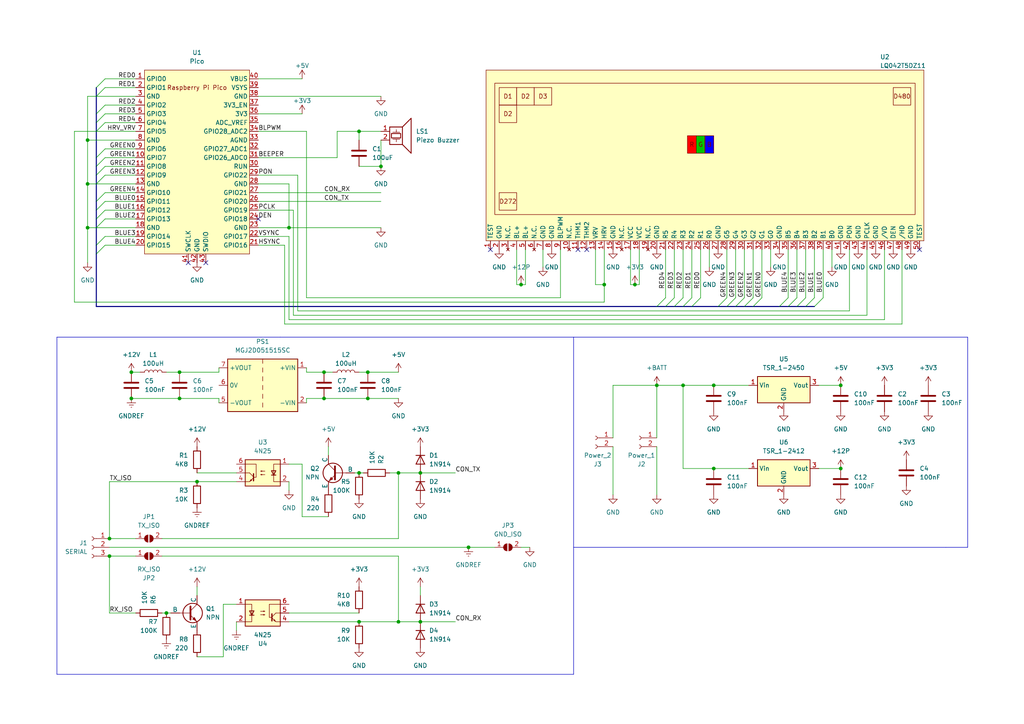
<source format=kicad_sch>
(kicad_sch (version 20230121) (generator eeschema)
  (paper "A4")
  (title_block (title "rp2040Term(inal)") (date "2024-08-09") (rev "1") (comment 1 "PCB Schematic") (comment 2 "480x272xRGB Pixels") (comment 3 "rp2040Term with LQ042 TFT LCD"))
  (lib_symbols
    (symbol "Connector:Conn_01x02_Socket" (pin_names (offset 1.016) hide)
      (property "Reference" "J" (at 0 2.54 0))
      (property "Value" "Conn_01x02_Socket" (at 0 -5.08 0))
      (symbol "Conn_01x02_Socket_1_1"
        (pin passive line (at -5.08 0 0) (length 3.81) (name "Pin_1") (number "1"))
        (pin passive line (at -5.08 -2.54 0) (length 3.81) (name "Pin_2") (number "2"))
      )
    )
    (symbol "Connector:Conn_01x03_Socket" (pin_names (offset 1.016) hide)
      (property "Reference" "J" (at 0 5.08 0))
      (property "Value" "Conn_01x03_Socket" (at 0 -5.08 0))
      (symbol "Conn_01x03_Socket_1_1"
        (pin passive line (at -5.08 2.54 0) (length 3.81) (name "Pin_1") (number "1"))
        (pin passive line (at -5.08 0 0) (length 3.81) (name "Pin_2") (number "2"))
        (pin passive line (at -5.08 -2.54 0) (length 3.81) (name "Pin_3") (number "3"))
      )
    )
    (symbol "Converter_DCDC:MGJ2D051515SC"
      (property "Reference" "U" (at 0 11.43 0))
      (property "Value" "MGJ2D051515SC" (at 0 8.89 0))
      (symbol "MGJ2D051515SC_1_1"
        (pin power_in line (at -12.7 5.08 0) (length 2.54) (name "+VIN") (number "1"))
        (pin power_in line (at -12.7 -5.08 0) (length 2.54) (name "-VIN") (number "2"))
        (pin power_out line (at 12.7 -5.08 180) (length 2.54) (name "-VOUT") (number "5"))
        (pin power_out line (at 12.7 0 180) (length 2.54) (name "0V") (number "6"))
        (pin power_out line (at 12.7 5.08 180) (length 2.54) (name "+VOUT") (number "7"))
      )
    )
    (symbol "Device:C" (pin_numbers hide) (pin_names (offset 0.254))
      (property "Reference" "C" (at 0.635 2.54 0))
      (property "Value" "C" (at 0.635 -2.54 0))
      (symbol "C_1_1"
        (pin passive line (at 0 3.81 270) (length 2.794) (name "~") (number "1"))
        (pin passive line (at 0 -3.81 90) (length 2.794) (name "~") (number "2"))
      )
    )
    (symbol "Device:L" (pin_numbers hide) (pin_names (offset 1.016) hide)
      (property "Reference" "L" (at -1.27 0 90))
      (property "Value" "L" (at 1.905 0 90))
      (symbol "L_1_1"
        (pin passive line (at 0 3.81 270) (length 1.27) (name "1") (number "1"))
        (pin passive line (at 0 -3.81 90) (length 1.27) (name "2") (number "2"))
      )
    )
    (symbol "Device:R" (pin_numbers hide) (pin_names (offset 0))
      (property "Reference" "R" (at 2.032 0 90))
      (property "Value" "R" (at 0 0 90))
      (symbol "R_1_1"
        (pin passive line (at 0 3.81 270) (length 1.27) (name "~") (number "1"))
        (pin passive line (at 0 -3.81 90) (length 1.27) (name "~") (number "2"))
      )
    )
    (symbol "Device:Speaker_Crystal" (pin_names (offset 0) hide)
      (property "Reference" "LS" (at 0.635 5.715 0))
      (property "Value" "Speaker_Crystal" (at 0.635 3.81 0))
      (symbol "Speaker_Crystal_1_1"
        (pin input line (at -5.08 0 0) (length 2.54) (name "1") (number "1"))
        (pin input line (at -5.08 -2.54 0) (length 2.54) (name "2") (number "2"))
      )
    )
    (symbol "Diode:1N914" (pin_numbers hide) (pin_names hide)
      (property "Reference" "D" (at 0 2.54 0))
      (property "Value" "1N914" (at 0 -2.54 0))
      (symbol "1N914_1_1"
        (pin passive line (at -3.81 0 0) (length 2.54) (name "K") (number "1"))
        (pin passive line (at 3.81 0 180) (length 2.54) (name "A") (number "2"))
      )
    )
    (symbol "Isolator:4N25" (pin_names (offset 1.016))
      (property "Reference" "U" (at -5.08 5.08 0))
      (property "Value" "4N25" (at 0 5.08 0))
      (symbol "4N25_1_1"
        (pin passive line (at -7.62 2.54 0) (length 2.54) (name "~") (number "1"))
        (pin passive line (at -7.62 -2.54 0) (length 2.54) (name "~") (number "2"))
        (pin no_connect line (at -5.08 0 0) (length 2.54) hide (name "NC") (number "3"))
        (pin passive line (at 7.62 -2.54 180) (length 2.54) (name "~") (number "4"))
        (pin passive line (at 7.62 0 180) (length 2.54) (name "~") (number "5"))
        (pin passive line (at 7.62 2.54 180) (length 2.54) (name "~") (number "6"))
      )
    )
    (symbol "Jumper:SolderJumper_2_Open" (pin_names (offset 0) hide)
      (property "Reference" "JP" (at 0 2.032 0))
      (property "Value" "SolderJumper_2_Open" (at 0 -2.54 0))
      (symbol "SolderJumper_2_Open_1_1"
        (pin passive line (at -3.81 0 0) (length 2.54) (name "A") (number "1"))
        (pin passive line (at 3.81 0 180) (length 2.54) (name "B") (number "2"))
      )
    )
    (symbol "LQ042:LQ042T5DZ11"
      (property "Reference" "U" (at 62.23 24.13 0))
      (property "Value" "LQ042T5DZ11" (at -55.88 25.4 0))
      (property "Datasheet" "https://www.mouser.com/catalog/specsheets/LQ042T5DZ11%20Specification_Final%2001_20_2011.pdf" (at 0 -15.24 0))
      (symbol "LQ042T5DZ11_0_0"
        (text_box "B" (at 1.27 3.81 0) (size 2.54 -5.08) (fill (type color) (color 0 0 255 1)) (effects (font (size 1.27 1.27))))
        (text_box "D1" (at -58.42 17.78 0) (size 5.08 -5.08) (effects (font (size 1.27 1.27))))
        (text_box "D2" (at -58.42 12.7 0) (size 5.08 -5.08) (effects (font (size 1.27 1.27))))
        (text_box "D2" (at -53.34 17.78 0) (size 5.08 -5.08) (effects (font (size 1.27 1.27))))
        (text_box "D272" (at -58.42 -12.7 0) (size 5.08 -5.08) (effects (font (size 1.27 1.27))))
        (text_box "D3" (at -48.26 17.78 0) (size 5.08 -5.08) (effects (font (size 1.27 1.27))))
        (text_box "D480" (at 55.88 17.78 0) (size 5.08 -5.08) (effects (font (size 1.27 1.27))))
        (text_box "G" (at -1.27 3.81 0) (size 2.54 -5.08) (fill (type color) (color 0 194 0 1)) (effects (font (size 1.27 1.27))))
        (text_box "R" (at -3.81 3.81 0) (size 2.54 -5.08) (fill (type color) (color 255 0 0 1)) (effects (font (size 1.27 1.27))))
      )
      (symbol "LQ042T5DZ11_1_1"
        (pin input line (at -60.96 -29.21 90) (length 2.54) (name "TEST") (number "1"))
        (pin no_connect line (at -38.1 -29.21 90) (length 2.54) (name "N.C.") (number "10"))
        (pin passive line (at -35.56 -29.21 90) (length 2.54) (name "THM1") (number "11"))
        (pin passive line (at -33.02 -29.21 90) (length 2.54) (name "THM2") (number "12"))
        (pin input line (at -30.48 -29.21 90) (length 2.54) (name "VRV") (number "13"))
        (pin input line (at -27.94 -29.21 90) (length 2.54) (name "HRV") (number "14"))
        (pin power_in line (at -25.4 -29.21 90) (length 2.54) (name "GND") (number "15"))
        (pin no_connect line (at -22.86 -29.21 90) (length 2.54) (name "N.C.") (number "16"))
        (pin power_in line (at -20.32 -29.21 90) (length 2.54) (name "VCC") (number "17"))
        (pin power_in line (at -17.78 -29.21 90) (length 2.54) (name "VCC") (number "18"))
        (pin no_connect line (at -15.24 -29.21 90) (length 2.54) (name "N.C.") (number "19"))
        (pin power_in line (at -58.42 -29.21 90) (length 2.54) (name "GND") (number "2"))
        (pin power_in line (at -12.7 -29.21 90) (length 2.54) (name "GND") (number "20"))
        (pin input line (at -10.16 -29.21 90) (length 2.54) (name "R5") (number "21"))
        (pin input line (at -7.62 -29.21 90) (length 2.54) (name "R4") (number "22"))
        (pin input line (at -5.08 -29.21 90) (length 2.54) (name "R3") (number "23"))
        (pin input line (at -2.54 -29.21 90) (length 2.54) (name "R2") (number "24"))
        (pin input line (at 0 -29.21 90) (length 2.54) (name "R1") (number "25"))
        (pin input line (at 2.54 -29.21 90) (length 2.54) (name "R0") (number "26"))
        (pin power_in line (at 5.08 -29.21 90) (length 2.54) (name "GND") (number "27"))
        (pin input line (at 7.62 -29.21 90) (length 2.54) (name "G5") (number "28"))
        (pin input line (at 10.16 -29.21 90) (length 2.54) (name "G4") (number "29"))
        (pin no_connect line (at -55.88 -29.21 90) (length 2.54) (name "N.C.") (number "3"))
        (pin input line (at 12.7 -29.21 90) (length 2.54) (name "G3") (number "30"))
        (pin input line (at 15.24 -29.21 90) (length 2.54) (name "G2") (number "31"))
        (pin input line (at 17.78 -29.21 90) (length 2.54) (name "G1") (number "32"))
        (pin input line (at 20.32 -29.21 90) (length 2.54) (name "G0") (number "33"))
        (pin power_in line (at 22.86 -29.21 90) (length 2.54) (name "GND") (number "34"))
        (pin input line (at 25.4 -29.21 90) (length 2.54) (name "B5") (number "35"))
        (pin input line (at 27.94 -29.21 90) (length 2.54) (name "B4") (number "36"))
        (pin input line (at 30.48 -29.21 90) (length 2.54) (name "B3") (number "37"))
        (pin input line (at 33.02 -29.21 90) (length 2.54) (name "B2") (number "38"))
        (pin input line (at 35.56 -29.21 90) (length 2.54) (name "B1") (number "39"))
        (pin power_in line (at -53.34 -29.21 90) (length 2.54) (name "BL+") (number "4"))
        (pin input line (at 38.1 -29.21 90) (length 2.54) (name "B0") (number "40"))
        (pin power_in line (at 40.64 -29.21 90) (length 2.54) (name "GND") (number "41"))
        (pin input line (at 43.18 -29.21 90) (length 2.54) (name "PON") (number "42"))
        (pin power_in line (at 45.72 -29.21 90) (length 2.54) (name "GND") (number "43"))
        (pin input line (at 48.26 -29.21 90) (length 2.54) (name "PCLK") (number "44"))
        (pin power_in line (at 50.8 -29.21 90) (length 2.54) (name "GND") (number "45"))
        (pin input line (at 53.34 -29.21 90) (length 2.54) (name "/VD") (number "46"))
        (pin input line (at 55.88 -29.21 90) (length 2.54) (name "DEN") (number "47"))
        (pin input line (at 58.42 -29.21 90) (length 2.54) (name "/HD") (number "48"))
        (pin power_in line (at 60.96 -29.21 90) (length 2.54) (name "GND") (number "49"))
        (pin power_in line (at -50.8 -29.21 90) (length 2.54) (name "BL+") (number "5"))
        (pin input line (at 63.5 -29.21 90) (length 2.54) (name "TEST") (number "50"))
        (pin no_connect line (at -48.26 -29.21 90) (length 2.54) (name "N.C.") (number "6"))
        (pin power_in line (at -45.72 -29.21 90) (length 2.54) (name "GND") (number "7"))
        (pin power_in line (at -43.18 -29.21 90) (length 2.54) (name "GND") (number "8"))
        (pin input line (at -40.64 -29.21 90) (length 2.54) (name "BLPWM") (number "9"))
      )
    )
    (symbol "MCU_RaspberryPi_and_Boards:Pico"
      (property "Reference" "U" (at -13.97 27.94 0))
      (property "Value" "Pico" (at 0 19.05 0))
      (symbol "Pico_0_0"
        (text "Raspberry Pi Pico" (at 0 21.59 0) (effects (font (size 1.27 1.27))))
      )
      (symbol "Pico_1_1"
        (pin bidirectional line (at -17.78 24.13 0) (length 2.54) (name "GPIO0") (number "1"))
        (pin bidirectional line (at -17.78 1.27 0) (length 2.54) (name "GPIO7") (number "10"))
        (pin bidirectional line (at -17.78 -1.27 0) (length 2.54) (name "GPIO8") (number "11"))
        (pin bidirectional line (at -17.78 -3.81 0) (length 2.54) (name "GPIO9") (number "12"))
        (pin power_in line (at -17.78 -6.35 0) (length 2.54) (name "GND") (number "13"))
        (pin bidirectional line (at -17.78 -8.89 0) (length 2.54) (name "GPIO10") (number "14"))
        (pin bidirectional line (at -17.78 -11.43 0) (length 2.54) (name "GPIO11") (number "15"))
        (pin bidirectional line (at -17.78 -13.97 0) (length 2.54) (name "GPIO12") (number "16"))
        (pin bidirectional line (at -17.78 -16.51 0) (length 2.54) (name "GPIO13") (number "17"))
        (pin power_in line (at -17.78 -19.05 0) (length 2.54) (name "GND") (number "18"))
        (pin bidirectional line (at -17.78 -21.59 0) (length 2.54) (name "GPIO14") (number "19"))
        (pin bidirectional line (at -17.78 21.59 0) (length 2.54) (name "GPIO1") (number "2"))
        (pin bidirectional line (at -17.78 -24.13 0) (length 2.54) (name "GPIO15") (number "20"))
        (pin bidirectional line (at 17.78 -24.13 180) (length 2.54) (name "GPIO16") (number "21"))
        (pin bidirectional line (at 17.78 -21.59 180) (length 2.54) (name "GPIO17") (number "22"))
        (pin power_in line (at 17.78 -19.05 180) (length 2.54) (name "GND") (number "23"))
        (pin bidirectional line (at 17.78 -16.51 180) (length 2.54) (name "GPIO18") (number "24"))
        (pin bidirectional line (at 17.78 -13.97 180) (length 2.54) (name "GPIO19") (number "25"))
        (pin bidirectional line (at 17.78 -11.43 180) (length 2.54) (name "GPIO20") (number "26"))
        (pin bidirectional line (at 17.78 -8.89 180) (length 2.54) (name "GPIO21") (number "27"))
        (pin power_in line (at 17.78 -6.35 180) (length 2.54) (name "GND") (number "28"))
        (pin bidirectional line (at 17.78 -3.81 180) (length 2.54) (name "GPIO22") (number "29"))
        (pin power_in line (at -17.78 19.05 0) (length 2.54) (name "GND") (number "3"))
        (pin input line (at 17.78 -1.27 180) (length 2.54) (name "RUN") (number "30"))
        (pin bidirectional line (at 17.78 1.27 180) (length 2.54) (name "GPIO26_ADC0") (number "31"))
        (pin bidirectional line (at 17.78 3.81 180) (length 2.54) (name "GPIO27_ADC1") (number "32"))
        (pin power_in line (at 17.78 6.35 180) (length 2.54) (name "AGND") (number "33"))
        (pin bidirectional line (at 17.78 8.89 180) (length 2.54) (name "GPIO28_ADC2") (number "34"))
        (pin power_in line (at 17.78 11.43 180) (length 2.54) (name "ADC_VREF") (number "35"))
        (pin power_in line (at 17.78 13.97 180) (length 2.54) (name "3V3") (number "36"))
        (pin input line (at 17.78 16.51 180) (length 2.54) (name "3V3_EN") (number "37"))
        (pin bidirectional line (at 17.78 19.05 180) (length 2.54) (name "GND") (number "38"))
        (pin power_in line (at 17.78 21.59 180) (length 2.54) (name "VSYS") (number "39"))
        (pin bidirectional line (at -17.78 16.51 0) (length 2.54) (name "GPIO2") (number "4"))
        (pin power_in line (at 17.78 24.13 180) (length 2.54) (name "VBUS") (number "40"))
        (pin input line (at -2.54 -29.21 90) (length 2.54) (name "SWCLK") (number "41"))
        (pin power_in line (at 0 -29.21 90) (length 2.54) (name "GND") (number "42"))
        (pin bidirectional line (at 2.54 -29.21 90) (length 2.54) (name "SWDIO") (number "43"))
        (pin bidirectional line (at -17.78 13.97 0) (length 2.54) (name "GPIO3") (number "5"))
        (pin bidirectional line (at -17.78 11.43 0) (length 2.54) (name "GPIO4") (number "6"))
        (pin bidirectional line (at -17.78 8.89 0) (length 2.54) (name "GPIO5") (number "7"))
        (pin power_in line (at -17.78 6.35 0) (length 2.54) (name "GND") (number "8"))
        (pin bidirectional line (at -17.78 3.81 0) (length 2.54) (name "GPIO6") (number "9"))
      )
    )
    (symbol "Regulator_Switching:TSR_1-2412"
      (property "Reference" "U" (at -7.62 6.35 0))
      (property "Value" "TSR_1-2412" (at -1.27 6.35 0))
      (symbol "TSR_1-2412_1_1"
        (pin power_in line (at -10.16 2.54 0) (length 2.54) (name "Vin") (number "1"))
        (pin power_in line (at 0 -5.08 90) (length 2.54) (name "GND") (number "2"))
        (pin power_out line (at 10.16 2.54 180) (length 2.54) (name "Vout") (number "3"))
      )
    )
    (symbol "Regulator_Switching:TSR_1-2450"
      (property "Reference" "U" (at -7.62 6.35 0))
      (property "Value" "TSR_1-2450" (at -1.27 6.35 0))
      (symbol "TSR_1-2450_1_1"
        (pin power_in line (at -10.16 2.54 0) (length 2.54) (name "Vin") (number "1"))
        (pin power_in line (at 0 -5.08 90) (length 2.54) (name "GND") (number "2"))
        (pin power_out line (at 10.16 2.54 180) (length 2.54) (name "Vout") (number "3"))
      )
    )
    (symbol "Simulation_SPICE:NPN" (pin_numbers hide) (pin_names (offset 0))
      (property "Reference" "Q" (at -2.54 7.62 0))
      (property "Value" "NPN" (at -2.54 5.08 0))
      (symbol "NPN_1_1"
        (pin open_collector line (at 2.54 5.08 270) (length 2.54) (name "C") (number "1"))
        (pin input line (at -5.08 0 0) (length 2.54) (name "B") (number "2"))
        (pin open_emitter line (at 2.54 -5.08 90) (length 2.54) (name "E") (number "3"))
      )
    )
    (symbol "power:+12P" (power) (pin_names (offset 0))
      (property "Value" "+12P" (at 0 3.556 0))
      (symbol "+12P_1_1"
        (pin power_in line (at 0 0 90) (length 0) hide (name "+12P") (number "1"))
      )
    )
    (symbol "power:+12V" (power) (pin_names (offset 0))
      (property "Value" "+12V" (at 0 3.556 0))
      (symbol "+12V_1_1"
        (pin power_in line (at 0 0 90) (length 0) hide (name "+12V") (number "1"))
      )
    )
    (symbol "power:+3V3" (power) (pin_names (offset 0))
      (property "Value" "+3V3" (at 0 3.556 0))
      (symbol "+3V3_1_1"
        (pin power_in line (at 0 0 90) (length 0) hide (name "+3V3") (number "1"))
      )
    )
    (symbol "power:+5V" (power) (pin_names (offset 0))
      (property "Value" "+5V" (at 0 3.556 0))
      (symbol "+5V_1_1"
        (pin power_in line (at 0 0 90) (length 0) hide (name "+5V") (number "1"))
      )
    )
    (symbol "power:+BATT" (power) (pin_names (offset 0))
      (property "Value" "+BATT" (at 0 3.556 0))
      (symbol "+BATT_1_1"
        (pin power_in line (at 0 0 90) (length 0) hide (name "+BATT") (number "1"))
      )
    )
    (symbol "power:GND" (power) (pin_names (offset 0))
      (property "Value" "GND" (at 0 -3.81 0))
      (symbol "GND_1_1"
        (pin power_in line (at 0 0 270) (length 0) hide (name "GND") (number "1"))
      )
    )
    (symbol "power:GNDREF" (power) (pin_names (offset 0))
      (property "Value" "GNDREF" (at 0 -3.81 0))
      (symbol "GNDREF_1_1"
        (pin power_in line (at 0 0 270) (length 0) hide (name "GNDREF") (number "1"))
      )
    )
  )
  (junction (at 25.4 53.34))
  (junction (at 243.84 111.76))
  (junction (at 110.49 48.26))
  (junction (at 48.26 177.8))
  (junction (at 104.14 180.34))
  (junction (at 184.15 82.55))
  (junction (at 121.92 137.16))
  (junction (at 104.14 137.16))
  (junction (at 106.68 107.95))
  (junction (at 207.01 111.76))
  (junction (at 25.4 40.64))
  (junction (at 57.15 139.7))
  (junction (at 190.5 111.76))
  (junction (at 135.89 158.75))
  (junction (at 52.07 115.57))
  (junction (at 52.07 107.95))
  (junction (at 104.14 38.1))
  (junction (at 207.01 135.89))
  (junction (at 38.1 107.95))
  (junction (at 25.4 66.04))
  (junction (at 93.98 115.57))
  (junction (at 38.1 115.57))
  (junction (at 106.68 115.57))
  (junction (at 175.26 82.55))
  (junction (at 121.92 180.34))
  (junction (at 31.75 161.29))
  (junction (at 198.12 111.76))
  (junction (at 243.84 135.89))
  (junction (at 31.75 156.21))
  (junction (at 115.57 137.16))
  (junction (at 93.98 107.95))
  (junction (at 83.82 66.04))
  (junction (at 151.13 82.55))
  (junction (at 115.57 180.34))
  (no_connect (at 142.24 72.39))
  (no_connect (at 74.93 63.5))
  (no_connect (at 54.61 76.2))
  (no_connect (at 167.64 72.39))
  (no_connect (at 170.18 72.39))
  (no_connect (at 266.7 72.39))
  (no_connect (at 59.69 76.2))
  (bus_entry (at 30.48 50.8) (size -2.54 2.54))
  (bus_entry (at 30.48 45.72) (size -2.54 2.54))
  (bus_entry (at 233.68 86.36) (size -2.54 2.54))
  (bus_entry (at 200.66 86.36) (size -2.54 2.54))
  (bus_entry (at 30.48 33.02) (size -2.54 2.54))
  (bus_entry (at 231.14 86.36) (size -2.54 2.54))
  (bus_entry (at 198.12 86.36) (size -2.54 2.54))
  (bus_entry (at 30.48 55.88) (size -2.54 2.54))
  (bus_entry (at 220.98 86.36) (size -2.54 2.54))
  (bus_entry (at 30.48 48.26) (size -2.54 2.54))
  (bus_entry (at 30.48 25.4) (size -2.54 2.54))
  (bus_entry (at 228.6 86.36) (size -2.54 2.54))
  (bus_entry (at 30.48 30.48) (size -2.54 2.54))
  (bus_entry (at 236.22 86.36) (size -2.54 2.54))
  (bus_entry (at 30.48 68.58) (size -2.54 2.54))
  (bus_entry (at 30.48 43.18) (size -2.54 2.54))
  (bus_entry (at 210.82 86.36) (size -2.54 2.54))
  (bus_entry (at 203.2 86.36) (size -2.54 2.54))
  (bus_entry (at 30.48 58.42) (size -2.54 2.54))
  (bus_entry (at 30.48 60.96) (size -2.54 2.54))
  (bus_entry (at 193.04 86.36) (size -2.54 2.54))
  (bus_entry (at 30.48 71.12) (size -2.54 2.54))
  (bus_entry (at 30.48 35.56) (size -2.54 2.54))
  (bus_entry (at 195.58 86.36) (size -2.54 2.54))
  (bus_entry (at 238.76 86.36) (size -2.54 2.54))
  (bus_entry (at 218.44 86.36) (size -2.54 2.54))
  (bus_entry (at 30.48 63.5) (size -2.54 2.54))
  (bus_entry (at 215.9 86.36) (size -2.54 2.54))
  (bus_entry (at 30.48 22.86) (size -2.54 2.54))
  (bus_entry (at 213.36 86.36) (size -2.54 2.54))
  (wire (pts (xy 21.59 87.63) (xy 175.26 87.63)))
  (wire (pts (xy 175.26 72.39) (xy 175.26 82.55)))
  (wire (pts (xy 104.14 137.16) (xy 102.87 137.16)))
  (wire (pts (xy 115.57 180.34) (xy 121.92 180.34)))
  (wire (pts (xy 190.5 127) (xy 190.5 111.76)))
  (wire (pts (xy 87.63 134.62) (xy 83.82 134.62)))
  (wire (pts (xy 261.62 72.39) (xy 261.62 93.98)))
  (bus (pts (xy 27.94 58.42) (xy 27.94 60.96)))
  (wire (pts (xy 74.93 22.86) (xy 87.63 22.86)))
  (wire (pts (xy 82.55 71.12) (xy 82.55 93.98)))
  (wire (pts (xy 190.5 129.54) (xy 190.5 143.51)))
  (wire (pts (xy 63.5 115.57) (xy 63.5 116.84)))
  (wire (pts (xy 25.4 66.04) (xy 25.4 76.2)))
  (wire (pts (xy 184.15 82.55) (xy 182.88 82.55)))
  (wire (pts (xy 217.17 135.89) (xy 207.01 135.89)))
  (wire (pts (xy 21.59 38.1) (xy 27.94 38.1)))
  (wire (pts (xy 82.55 93.98) (xy 261.62 93.98)))
  (wire (pts (xy 74.93 55.88) (xy 110.49 55.88)))
  (polyline (pts (xy 16.51 97.79) (xy 16.51 195.58)))
  (wire (pts (xy 30.48 33.02) (xy 39.37 33.02)))
  (wire (pts (xy 57.15 190.5) (xy 64.77 190.5)))
  (wire (pts (xy 198.12 111.76) (xy 207.01 111.76)))
  (wire (pts (xy 95.25 149.86) (xy 87.63 149.86)))
  (wire (pts (xy 52.07 107.95) (xy 63.5 107.95)))
  (bus (pts (xy 27.94 88.9) (xy 190.5 88.9)))
  (wire (pts (xy 220.98 72.39) (xy 220.98 86.36)))
  (wire (pts (xy 210.82 72.39) (xy 210.82 86.36)))
  (wire (pts (xy 46.99 161.29) (xy 115.57 161.29)))
  (wire (pts (xy 64.77 175.26) (xy 68.58 175.26)))
  (wire (pts (xy 88.9 106.68) (xy 88.9 107.95)))
  (wire (pts (xy 49.53 177.8) (xy 48.26 177.8)))
  (wire (pts (xy 238.76 72.39) (xy 238.76 86.36)))
  (wire (pts (xy 83.82 68.58) (xy 83.82 92.71)))
  (wire (pts (xy 30.48 60.96) (xy 39.37 60.96)))
  (polyline (pts (xy 81.28 97.79) (xy 166.37 97.79)))
  (wire (pts (xy 135.89 158.75) (xy 143.51 158.75)))
  (wire (pts (xy 97.79 38.1) (xy 104.14 38.1)))
  (wire (pts (xy 184.15 82.55) (xy 185.42 82.55)))
  (wire (pts (xy 115.57 161.29) (xy 115.57 180.34)))
  (bus (pts (xy 27.94 35.56) (xy 27.94 38.1)))
  (wire (pts (xy 115.57 137.16) (xy 121.92 137.16)))
  (bus (pts (xy 27.94 45.72) (xy 27.94 48.26)))
  (wire (pts (xy 193.04 72.39) (xy 193.04 86.36)))
  (bus (pts (xy 215.9 88.9) (xy 218.44 88.9)))
  (wire (pts (xy 31.75 158.75) (xy 135.89 158.75)))
  (wire (pts (xy 85.09 60.96) (xy 85.09 91.44)))
  (wire (pts (xy 83.82 66.04) (xy 110.49 66.04)))
  (wire (pts (xy 86.36 50.8) (xy 74.93 50.8)))
  (wire (pts (xy 25.4 40.64) (xy 39.37 40.64)))
  (wire (pts (xy 246.38 72.39) (xy 246.38 90.17)))
  (bus (pts (xy 27.94 71.12) (xy 27.94 73.66)))
  (wire (pts (xy 30.48 30.48) (xy 39.37 30.48)))
  (wire (pts (xy 88.9 107.95) (xy 93.98 107.95)))
  (wire (pts (xy 106.68 107.95) (xy 115.57 107.95)))
  (wire (pts (xy 162.56 72.39) (xy 162.56 86.36)))
  (wire (pts (xy 83.82 180.34) (xy 104.14 180.34)))
  (wire (pts (xy 93.98 107.95) (xy 96.52 107.95)))
  (bus (pts (xy 190.5 88.9) (xy 193.04 88.9)))
  (wire (pts (xy 27.94 53.34) (xy 39.37 53.34)))
  (wire (pts (xy 172.72 82.55) (xy 175.26 82.55)))
  (bus (pts (xy 193.04 88.9) (xy 195.58 88.9)))
  (wire (pts (xy 110.49 40.64) (xy 110.49 48.26)))
  (wire (pts (xy 83.82 92.71) (xy 256.54 92.71)))
  (bus (pts (xy 27.94 50.8) (xy 27.94 53.34)))
  (wire (pts (xy 82.55 71.12) (xy 74.93 71.12)))
  (wire (pts (xy 121.92 170.18) (xy 121.92 172.72)))
  (bus (pts (xy 27.94 33.02) (xy 27.94 35.56)))
  (wire (pts (xy 177.8 111.76) (xy 190.5 111.76)))
  (wire (pts (xy 256.54 72.39) (xy 256.54 92.71)))
  (wire (pts (xy 87.63 149.86) (xy 87.63 134.62)))
  (wire (pts (xy 106.68 115.57) (xy 115.57 115.57)))
  (wire (pts (xy 157.48 72.39) (xy 157.48 77.47)))
  (wire (pts (xy 152.4 82.55) (xy 152.4 72.39)))
  (wire (pts (xy 228.6 72.39) (xy 228.6 86.36)))
  (wire (pts (xy 198.12 135.89) (xy 198.12 111.76)))
  (wire (pts (xy 38.1 107.95) (xy 40.64 107.95)))
  (bus (pts (xy 27.94 53.34) (xy 27.94 58.42)))
  (wire (pts (xy 31.75 161.29) (xy 39.37 161.29)))
  (wire (pts (xy 85.09 60.96) (xy 74.93 60.96)))
  (wire (pts (xy 88.9 38.1) (xy 88.9 86.36)))
  (wire (pts (xy 63.5 106.68) (xy 63.5 107.95)))
  (wire (pts (xy 97.79 38.1) (xy 97.79 45.72)))
  (wire (pts (xy 104.14 38.1) (xy 110.49 38.1)))
  (wire (pts (xy 52.07 115.57) (xy 38.1 115.57)))
  (bus (pts (xy 27.94 60.96) (xy 27.94 63.5)))
  (wire (pts (xy 215.9 72.39) (xy 215.9 86.36)))
  (wire (pts (xy 57.15 170.18) (xy 57.15 172.72)))
  (wire (pts (xy 93.98 115.57) (xy 106.68 115.57)))
  (wire (pts (xy 30.48 22.86) (xy 39.37 22.86)))
  (wire (pts (xy 31.75 156.21) (xy 39.37 156.21)))
  (wire (pts (xy 205.74 72.39) (xy 205.74 77.47)))
  (polyline (pts (xy 274.32 158.75) (xy 280.67 158.75)))
  (wire (pts (xy 31.75 139.7) (xy 57.15 139.7)))
  (wire (pts (xy 95.25 129.54) (xy 95.25 132.08)))
  (wire (pts (xy 30.48 45.72) (xy 39.37 45.72)))
  (wire (pts (xy 30.48 25.4) (xy 39.37 25.4)))
  (wire (pts (xy 233.68 72.39) (xy 233.68 86.36)))
  (wire (pts (xy 207.01 111.76) (xy 217.17 111.76)))
  (bus (pts (xy 228.6 88.9) (xy 231.14 88.9)))
  (wire (pts (xy 83.82 139.7) (xy 83.82 142.24)))
  (bus (pts (xy 27.94 38.1) (xy 27.94 45.72)))
  (wire (pts (xy 104.14 137.16) (xy 105.41 137.16)))
  (wire (pts (xy 30.48 71.12) (xy 39.37 71.12)))
  (polyline (pts (xy 280.67 97.79) (xy 280.67 158.75)))
  (wire (pts (xy 177.8 129.54) (xy 177.8 143.51)))
  (wire (pts (xy 236.22 72.39) (xy 236.22 86.36)))
  (bus (pts (xy 213.36 88.9) (xy 215.9 88.9)))
  (wire (pts (xy 30.48 43.18) (xy 39.37 43.18)))
  (wire (pts (xy 88.9 115.57) (xy 88.9 116.84)))
  (wire (pts (xy 64.77 175.26) (xy 64.77 190.5)))
  (wire (pts (xy 151.13 158.75) (xy 153.67 158.75)))
  (bus (pts (xy 195.58 88.9) (xy 198.12 88.9)))
  (polyline (pts (xy 81.28 97.79) (xy 16.51 97.79)))
  (polyline (pts (xy 274.32 158.75) (xy 166.37 158.75)))
  (wire (pts (xy 27.94 66.04) (xy 39.37 66.04)))
  (wire (pts (xy 57.15 139.7) (xy 68.58 139.7)))
  (wire (pts (xy 25.4 27.94) (xy 25.4 40.64)))
  (wire (pts (xy 48.26 107.95) (xy 52.07 107.95)))
  (wire (pts (xy 149.86 82.55) (xy 151.13 82.55)))
  (wire (pts (xy 88.9 38.1) (xy 74.93 38.1)))
  (wire (pts (xy 30.48 63.5) (xy 39.37 63.5)))
  (wire (pts (xy 104.14 48.26) (xy 110.49 48.26)))
  (wire (pts (xy 74.93 27.94) (xy 110.49 27.94)))
  (bus (pts (xy 27.94 48.26) (xy 27.94 50.8)))
  (bus (pts (xy 218.44 88.9) (xy 226.06 88.9)))
  (wire (pts (xy 31.75 161.29) (xy 31.75 177.8)))
  (wire (pts (xy 30.48 35.56) (xy 39.37 35.56)))
  (wire (pts (xy 21.59 87.63) (xy 21.59 38.1)))
  (wire (pts (xy 74.93 58.42) (xy 110.49 58.42)))
  (wire (pts (xy 27.94 27.94) (xy 25.4 27.94)))
  (wire (pts (xy 113.03 137.16) (xy 115.57 137.16)))
  (wire (pts (xy 31.75 177.8) (xy 39.37 177.8)))
  (wire (pts (xy 121.92 137.16) (xy 132.08 137.16)))
  (wire (pts (xy 175.26 82.55) (xy 175.26 87.63)))
  (bus (pts (xy 233.68 88.9) (xy 236.22 88.9)))
  (wire (pts (xy 218.44 72.39) (xy 218.44 86.36)))
  (wire (pts (xy 74.93 66.04) (xy 83.82 66.04)))
  (wire (pts (xy 27.94 27.94) (xy 39.37 27.94)))
  (wire (pts (xy 86.36 90.17) (xy 86.36 50.8)))
  (wire (pts (xy 30.48 58.42) (xy 39.37 58.42)))
  (wire (pts (xy 185.42 82.55) (xy 185.42 72.39)))
  (bus (pts (xy 27.94 63.5) (xy 27.94 66.04)))
  (wire (pts (xy 104.14 38.1) (xy 104.14 40.64)))
  (polyline (pts (xy 166.37 97.79) (xy 280.67 97.79)))
  (wire (pts (xy 251.46 72.39) (xy 251.46 91.44)))
  (wire (pts (xy 31.75 139.7) (xy 31.75 156.21)))
  (wire (pts (xy 74.93 53.34) (xy 83.82 53.34)))
  (wire (pts (xy 74.93 45.72) (xy 97.79 45.72)))
  (wire (pts (xy 52.07 115.57) (xy 63.5 115.57)))
  (wire (pts (xy 172.72 72.39) (xy 172.72 82.55)))
  (bus (pts (xy 27.94 66.04) (xy 27.94 71.12)))
  (wire (pts (xy 198.12 72.39) (xy 198.12 86.36)))
  (wire (pts (xy 104.14 107.95) (xy 106.68 107.95)))
  (wire (pts (xy 68.58 180.34) (xy 68.58 182.88)))
  (wire (pts (xy 25.4 53.34) (xy 27.94 53.34)))
  (bus (pts (xy 210.82 88.9) (xy 213.36 88.9)))
  (wire (pts (xy 200.66 72.39) (xy 200.66 86.36)))
  (wire (pts (xy 27.94 38.1) (xy 39.37 38.1)))
  (bus (pts (xy 198.12 88.9) (xy 200.66 88.9)))
  (polyline (pts (xy 166.37 195.58) (xy 166.37 97.79)))
  (bus (pts (xy 27.94 25.4) (xy 27.94 27.94)))
  (wire (pts (xy 48.26 177.8) (xy 46.99 177.8)))
  (wire (pts (xy 213.36 72.39) (xy 213.36 86.36)))
  (wire (pts (xy 83.82 177.8) (xy 104.14 177.8)))
  (bus (pts (xy 200.66 88.9) (xy 208.28 88.9)))
  (wire (pts (xy 190.5 111.76) (xy 198.12 111.76)))
  (wire (pts (xy 149.86 82.55) (xy 149.86 72.39)))
  (wire (pts (xy 207.01 135.89) (xy 198.12 135.89)))
  (wire (pts (xy 115.57 156.21) (xy 115.57 137.16)))
  (wire (pts (xy 223.52 72.39) (xy 223.52 77.47)))
  (wire (pts (xy 182.88 82.55) (xy 182.88 72.39)))
  (wire (pts (xy 25.4 40.64) (xy 25.4 53.34)))
  (wire (pts (xy 86.36 90.17) (xy 246.38 90.17)))
  (wire (pts (xy 25.4 53.34) (xy 25.4 66.04)))
  (polyline (pts (xy 16.51 195.58) (xy 166.37 195.58)))
  (wire (pts (xy 83.82 53.34) (xy 83.82 66.04)))
  (wire (pts (xy 30.48 55.88) (xy 39.37 55.88)))
  (bus (pts (xy 226.06 88.9) (xy 228.6 88.9)))
  (wire (pts (xy 162.56 86.36) (xy 88.9 86.36)))
  (wire (pts (xy 74.93 33.02) (xy 87.63 33.02)))
  (wire (pts (xy 237.49 111.76) (xy 243.84 111.76)))
  (wire (pts (xy 46.99 156.21) (xy 115.57 156.21)))
  (wire (pts (xy 30.48 68.58) (xy 39.37 68.58)))
  (wire (pts (xy 104.14 180.34) (xy 115.57 180.34)))
  (wire (pts (xy 177.8 127) (xy 177.8 111.76)))
  (wire (pts (xy 83.82 68.58) (xy 74.93 68.58)))
  (wire (pts (xy 30.48 48.26) (xy 39.37 48.26)))
  (bus (pts (xy 208.28 88.9) (xy 210.82 88.9)))
  (wire (pts (xy 30.48 50.8) (xy 39.37 50.8)))
  (wire (pts (xy 195.58 72.39) (xy 195.58 86.36)))
  (wire (pts (xy 121.92 180.34) (xy 132.08 180.34)))
  (wire (pts (xy 57.15 137.16) (xy 68.58 137.16)))
  (wire (pts (xy 241.3 72.39) (xy 241.3 77.47)))
  (bus (pts (xy 27.94 73.66) (xy 27.94 88.9)))
  (wire (pts (xy 231.14 72.39) (xy 231.14 86.36)))
  (wire (pts (xy 203.2 72.39) (xy 203.2 86.36)))
  (bus (pts (xy 231.14 88.9) (xy 233.68 88.9)))
  (wire (pts (xy 151.13 82.55) (xy 152.4 82.55)))
  (bus (pts (xy 27.94 27.94) (xy 27.94 33.02)))
  (wire (pts (xy 88.9 115.57) (xy 93.98 115.57)))
  (wire (pts (xy 25.4 66.04) (xy 27.94 66.04)))
  (wire (pts (xy 85.09 91.44) (xy 251.46 91.44)))
  (wire (pts (xy 237.49 135.89) (xy 243.84 135.89)))
  (label "VSYNC" (at 74.93 68.58 0))
  (label "BLUE4" (at 39.37 71.12 180))
  (label "GREEN1" (at 218.44 78.74 270))
  (label "BLUE1" (at 39.37 60.96 180))
  (label "GREEN4" (at 210.82 78.74 270))
  (label "GREEN3" (at 213.36 78.74 270))
  (label "GREEN3" (at 39.37 50.8 180))
  (label "GREEN0" (at 39.37 43.18 180))
  (label "HRV_VRV" (at 39.37 38.1 180))
  (label "RED3" (at 195.58 78.74 270))
  (label "GREEN4" (at 39.37 55.88 180))
  (label "PON" (at 74.93 50.8 0))
  (label "BLUE4" (at 228.6 78.74 270))
  (label "RX_ISO" (at 31.75 177.8 0))
  (label "BEEPER" (at 74.93 45.72 0))
  (label "CON_RX" (at 93.98 55.88 0))
  (label "RED1" (at 200.66 78.74 270))
  (label "CON_TX" (at 132.08 137.16 0))
  (label "PCLK" (at 74.93 60.96 0))
  (label "BLPWM" (at 74.93 38.1 0))
  (label "RED0" (at 203.2 78.74 270))
  (label "CON_RX" (at 132.08 180.34 0))
  (label "BLUE0" (at 39.37 58.42 180))
  (label "GREEN0" (at 220.98 78.74 270))
  (label "GREEN2" (at 215.9 78.74 270))
  (label "BLUE3" (at 231.14 78.74 270))
  (label "BLUE2" (at 39.37 63.5 180))
  (label "TX_ISO" (at 31.75 139.7 0))
  (label "RED0" (at 39.37 22.86 180))
  (label "BLUE0" (at 238.76 78.74 270))
  (label "RED4" (at 39.37 35.56 180))
  (label "RED2" (at 39.37 30.48 180))
  (label "GREEN1" (at 39.37 45.72 180))
  (label "BLUE2" (at 233.68 78.74 270))
  (label "BLUE1" (at 236.22 78.74 270))
  (label "RED2" (at 198.12 78.74 270))
  (label "RED3" (at 39.37 33.02 180))
  (label "BLUE3" (at 39.37 68.58 180))
  (label "CON_TX" (at 93.98 58.42 0))
  (label "GREEN2" (at 39.37 48.26 180))
  (label "RED1" (at 39.37 25.4 180))
  (label "HSYNC" (at 74.93 71.12 0))
  (label "RED4" (at 193.04 78.74 270))
  (label "DEN" (at 74.93 63.5 0))
  (symbol (lib_id "Converter_DCDC:MGJ2D051515SC") (at 76.2 111.76 0) (mirror y) (unit 1)
    (property "Reference" "PS1" (at 76.2 99.06 0))
    (property "Value" "MGJ2D051515SC" (at 76.2 101.6 0))
    (property "Footprint" "Converter_DCDC:Converter_DCDC_Murata_MGJ2DxxxxxxSC_THT" (effects hide))
    (property "Datasheet" "https://power.murata.com/pub/data/power/ncl/kdc_mgj2.pdf" (effects hide))
  )
  (symbol (lib_id "Jumper:SolderJumper_2_Open") (at 43.18 156.21 0) (unit 1)
    (property "Reference" "JP1" (at 43.18 149.86 0))
    (property "Value" "TX_ISO" (at 43.18 152.4 0))
    (property "Footprint" "Resistor_THT:R_Axial_DIN0207_L6.3mm_D2.5mm_P10.16mm_Horizontal" (effects hide))
  )
  (symbol (lib_id "Diode:1N914") (at 121.92 140.97 270) (unit 1)
    (property "Reference" "D2" (at 124.46 139.7 90) (effects (justify left)))
    (property "Value" "1N914" (at 124.46 142.24 90) (effects (justify left)))
    (property "Footprint" "Diode_THT:D_DO-35_SOD27_P7.62mm_Horizontal" (effects hide))
    (property "Datasheet" "http://www.vishay.com/docs/85622/1n914.pdf" (effects hide))
    (property "Sim.Device" "D" (effects hide))
    (property "Sim.Pins" "1=K 2=A" (effects hide))
  )
  (symbol (lib_id "power:GND") (at 264.16 72.39 0) (unit 1)
    (property "Reference" "#PWR011" (effects hide))
    (property "Value" "GND" (at 264.16 77.47 0))
  )
  (symbol (lib_id "power:GNDREF") (at 38.1 115.57 0) (mirror y) (unit 1)
    (property "Reference" "#PWR064" (effects hide))
    (property "Value" "GNDREF" (at 38.1 120.65 0))
  )
  (symbol (lib_id "Device:R") (at 104.14 173.99 0) (mirror y) (unit 1)
    (property "Reference" "R10" (at 101.6 172.72 0) (effects (justify left)))
    (property "Value" "4K8" (at 101.6 175.26 0) (effects (justify left)))
    (property "Footprint" "Resistor_SMD:R_0805_2012Metric_Pad1.20x1.40mm_HandSolder" (effects hide))
  )
  (symbol (lib_id "power:GND") (at 157.48 77.47 0) (unit 1)
    (property "Reference" "#PWR02" (effects hide))
    (property "Value" "GND" (at 157.48 82.55 0))
  )
  (symbol (lib_id "power:+12V") (at 38.1 107.95 0) (mirror y) (unit 1)
    (property "Reference" "#PWR063" (effects hide))
    (property "Value" "+12V" (at 38.1 102.87 0))
  )
  (symbol (lib_id "power:+5V") (at 87.63 22.86 0) (unit 1)
    (property "Reference" "#PWR023" (effects hide))
    (property "Value" "+5V" (at 87.63 19.05 0))
  )
  (symbol (lib_id "power:GND") (at 25.4 76.2 0) (unit 1)
    (property "Reference" "#PWR019" (effects hide))
    (property "Value" "GND" (at 25.4 81.28 0))
  )
  (symbol (lib_id "power:+12V") (at 57.15 129.54 0) (mirror y) (unit 1)
    (property "Reference" "#PWR045" (effects hide))
    (property "Value" "+12V" (at 57.15 124.46 0))
  )
  (symbol (lib_id "Device:C") (at 256.54 115.57 0) (unit 1)
    (property "Reference" "C2" (at 260.35 114.3 0) (effects (justify left)))
    (property "Value" "100nF" (at 260.35 116.84 0) (effects (justify left)))
    (property "Footprint" "Capacitor_SMD:C_0805_2012Metric_Pad1.18x1.45mm_HandSolder" (effects hide))
  )
  (symbol (lib_id "power:GND") (at 205.74 77.47 0) (unit 1)
    (property "Reference" "#PWR012" (effects hide))
    (property "Value" "GND" (at 205.74 82.55 0))
  )
  (symbol (lib_id "power:GND") (at 243.84 143.51 0) (unit 1)
    (property "Reference" "#PWR052" (effects hide))
    (property "Value" "GND" (at 243.84 148.59 0))
  )
  (symbol (lib_id "power:GND") (at 110.49 27.94 0) (unit 1)
    (property "Reference" "#PWR022" (effects hide))
    (property "Value" "GND" (at 110.49 33.02 0))
  )
  (symbol (lib_id "power:GND") (at 259.08 72.39 0) (unit 1)
    (property "Reference" "#PWR017" (effects hide))
    (property "Value" "GND" (at 259.08 77.47 0))
  )
  (symbol (lib_id "power:GNDREF") (at 57.15 147.32 0) (mirror y) (unit 1)
    (property "Reference" "#PWR046" (effects hide))
    (property "Value" "GNDREF" (at 57.15 152.4 0))
  )
  (symbol (lib_id "Device:R") (at 57.15 133.35 0) (mirror y) (unit 1)
    (property "Reference" "R1" (at 54.61 132.08 0) (effects (justify left)))
    (property "Value" "4K8" (at 54.61 134.62 0) (effects (justify left)))
    (property "Footprint" "Resistor_SMD:R_0805_2012Metric_Pad1.20x1.40mm_HandSolder" (effects hide))
  )
  (symbol (lib_id "power:GND") (at 177.8 72.39 0) (unit 1)
    (property "Reference" "#PWR04" (effects hide))
    (property "Value" "GND" (at 177.8 77.47 0))
  )
  (symbol (lib_id "power:+3V3") (at 121.92 170.18 0) (unit 1)
    (property "Reference" "#PWR042" (effects hide))
    (property "Value" "+3V3" (at 121.92 165.1 0))
  )
  (symbol (lib_id "Connector:Conn_01x02_Socket") (at 185.42 127 0) (mirror y) (unit 1)
    (property "Reference" "J2" (at 186.055 134.62 0))
    (property "Value" "Power_1" (at 186.055 132.08 0))
    (property "Footprint" "Connector_Phoenix_MSTB:PhoenixContact_MSTBA_2,5_2-G-5,08_1x02_P5.08mm_Horizontal" (effects hide))
  )
  (symbol (lib_id "power:GND") (at 104.14 187.96 0) (mirror y) (unit 1)
    (property "Reference" "#PWR035" (effects hide))
    (property "Value" "GND" (at 104.14 193.04 0))
  )
  (symbol (lib_id "power:GND") (at 144.78 72.39 0) (unit 1)
    (property "Reference" "#PWR01" (effects hide))
    (property "Value" "GND" (at 144.78 77.47 0))
  )
  (symbol (lib_id "Device:L") (at 44.45 107.95 90) (unit 1)
    (property "Reference" "L1" (at 44.45 102.87 90))
    (property "Value" "100uH" (at 44.45 105.41 90))
    (property "Footprint" "Inductor_SMD:L_Coilcraft_XAL5050-XXX" (effects hide))
  )
  (symbol (lib_id "power:+5V") (at 95.25 129.54 0) (unit 1)
    (property "Reference" "#PWR043" (effects hide))
    (property "Value" "+5V" (at 95.25 124.46 0))
  )
  (symbol (lib_id "Device:C") (at 93.98 111.76 0) (unit 1)
    (property "Reference" "C7" (at 97.79 110.49 0) (effects (justify left)))
    (property "Value" "100nF" (at 97.79 113.03 0) (effects (justify left)))
    (property "Footprint" "Capacitor_SMD:C_0805_2012Metric_Pad1.18x1.45mm_HandSolder" (effects hide))
  )
  (symbol (lib_id "power:GND") (at 115.57 115.57 0) (mirror y) (unit 1)
    (property "Reference" "#PWR062" (effects hide))
    (property "Value" "GND" (at 115.57 120.65 0))
  )
  (symbol (lib_id "power:GND") (at 110.49 66.04 0) (unit 1)
    (property "Reference" "#PWR029" (effects hide))
    (property "Value" "GND" (at 110.49 71.12 0))
  )
  (symbol (lib_id "Device:R") (at 57.15 186.69 0) (mirror y) (unit 1)
    (property "Reference" "R8" (at 54.61 185.42 0) (effects (justify left)))
    (property "Value" "220" (at 54.61 187.96 0) (effects (justify left)))
    (property "Footprint" "Resistor_SMD:R_0805_2012Metric_Pad1.20x1.40mm_HandSolder" (effects hide))
  )
  (symbol (lib_id "Jumper:SolderJumper_2_Open") (at 147.32 158.75 0) (unit 1)
    (property "Reference" "JP3" (at 147.32 152.4 0))
    (property "Value" "GND_ISO" (at 147.32 154.94 0))
    (property "Footprint" "Jumper:SolderJumper-2_P1.3mm_Open_TrianglePad1.0x1.5mm" (effects hide))
  )
  (symbol (lib_id "power:+12P") (at 151.13 82.55 0) (unit 1)
    (property "Reference" "#PWR065" (effects hide))
    (property "Value" "+12P" (at 151.13 77.47 0))
  )
  (symbol (lib_id "Device:R") (at 104.14 140.97 0) (mirror y) (unit 1)
    (property "Reference" "R5" (at 101.6 139.7 0) (effects (justify left)))
    (property "Value" "100K" (at 101.6 142.24 0) (effects (justify left)))
    (property "Footprint" "Resistor_SMD:R_0805_2012Metric_Pad1.20x1.40mm_HandSolder" (effects hide))
  )
  (symbol (lib_id "power:+12P") (at 243.84 135.89 0) (unit 1)
    (property "Reference" "#PWR053" (effects hide))
    (property "Value" "+12P" (at 243.84 130.81 0))
  )
  (symbol (lib_id "MCU_RaspberryPi_and_Boards:Pico") (at 57.15 46.99 0) (unit 1)
    (property "Reference" "U1" (at 57.15 15.24 0))
    (property "Value" "Pico" (at 57.15 17.78 0))
    (property "Footprint" "MCU_RaspberryPi_and_Boards:RPi_Pico_SMD_TH" (effects hide))
  )
  (symbol (lib_id "LQ042:LQ042T5DZ11") (at 203.2 43.18 0) (unit 1)
    (property "Reference" "U2" (at 255.27 16.51 0) (effects (justify left)))
    (property "Value" "LQ042T5DZ11" (at 255.27 19.05 0) (effects (justify left)))
    (property "Footprint" "LQ042:LQ042TDZ11" (effects hide))
    (property "Datasheet" "https://www.mouser.com/catalog/specsheets/LQ042T5DZ11%20Specification_Final%2001_20_2011.pdf" (effects hide))
  )
  (symbol (lib_id "power:+3V3") (at 269.24 111.76 0) (unit 1)
    (property "Reference" "#PWR032" (effects hide))
    (property "Value" "+3V3" (at 269.24 106.68 0))
  )
  (symbol (lib_id "power:GND") (at 121.92 187.96 0) (mirror y) (unit 1)
    (property "Reference" "#PWR041" (effects hide))
    (property "Value" "GND" (at 121.92 193.04 0))
  )
  (symbol (lib_id "power:GND") (at 57.15 76.2 0) (unit 1)
    (property "Reference" "#PWR018" (effects hide))
    (property "Value" "GND" (at 57.15 81.28 0))
  )
  (symbol (lib_id "power:+3V3") (at 87.63 33.02 0) (unit 1)
    (property "Reference" "#PWR021" (effects hide))
    (property "Value" "+3V3" (at 87.63 29.21 0))
  )
  (symbol (lib_id "power:GND") (at 190.5 72.39 0) (unit 1)
    (property "Reference" "#PWR05" (effects hide))
    (property "Value" "GND" (at 190.5 77.47 0))
  )
  (symbol (lib_id "Device:R") (at 57.15 143.51 0) (mirror y) (unit 1)
    (property "Reference" "R3" (at 54.61 142.24 0) (effects (justify left)))
    (property "Value" "10K" (at 54.61 144.78 0) (effects (justify left)))
    (property "Footprint" "Resistor_SMD:R_0805_2012Metric_Pad1.20x1.40mm_HandSolder" (effects hide))
  )
  (symbol (lib_id "Simulation_SPICE:NPN") (at 54.61 177.8 0) (unit 1)
    (property "Reference" "Q1" (at 59.69 176.53 0) (effects (justify left)))
    (property "Value" "NPN" (at 59.69 179.07 0) (effects (justify left)))
    (property "Footprint" "Package_TO_SOT_THT:TO-92L_HandSolder" (effects hide))
    (property "Sim.Device" "NPN" (effects hide))
    (property "Sim.Type" "GUMMELPOON" (effects hide))
    (property "Sim.Pins" "1=C 2=B 3=E" (effects hide))
  )
  (symbol (lib_id "power:GND") (at 227.33 119.38 0) (unit 1)
    (property "Reference" "#PWR027" (effects hide))
    (property "Value" "GND" (at 227.33 124.46 0))
  )
  (symbol (lib_id "power:GND") (at 254 72.39 0) (unit 1)
    (property "Reference" "#PWR010" (effects hide))
    (property "Value" "GND" (at 254 77.47 0))
  )
  (symbol (lib_id "power:+5V") (at 243.84 111.76 0) (unit 1)
    (property "Reference" "#PWR016" (effects hide))
    (property "Value" "+5V" (at 243.84 106.68 0))
  )
  (symbol (lib_id "power:+5V") (at 115.57 107.95 0) (unit 1)
    (property "Reference" "#PWR061" (effects hide))
    (property "Value" "+5V" (at 115.57 102.87 0))
  )
  (symbol (lib_id "Device:R") (at 95.25 146.05 0) (mirror y) (unit 1)
    (property "Reference" "R4" (at 92.71 144.78 0) (effects (justify left)))
    (property "Value" "220" (at 92.71 147.32 0) (effects (justify left)))
    (property "Footprint" "Resistor_SMD:R_0805_2012Metric_Pad1.20x1.40mm_HandSolder" (effects hide))
  )
  (symbol (lib_id "power:GNDREF") (at 135.89 158.75 0) (mirror y) (unit 1)
    (property "Reference" "#PWR037" (effects hide))
    (property "Value" "GNDREF" (at 135.89 163.83 0))
  )
  (symbol (lib_id "power:GND") (at 121.92 144.78 0) (mirror y) (unit 1)
    (property "Reference" "#PWR040" (effects hide))
    (property "Value" "GND" (at 121.92 149.86 0))
  )
  (symbol (lib_id "Device:C") (at 243.84 139.7 0) (unit 1)
    (property "Reference" "C12" (at 247.65 138.43 0) (effects (justify left)))
    (property "Value" "100nF" (at 247.65 140.97 0) (effects (justify left)))
    (property "Footprint" "Capacitor_SMD:C_0805_2012Metric_Pad1.18x1.45mm_HandSolder" (effects hide))
  )
  (symbol (lib_id "power:+BATT") (at 190.5 111.76 0) (unit 1)
    (property "Reference" "#PWR024" (effects hide))
    (property "Value" "+BATT" (at 190.5 106.68 0))
  )
  (symbol (lib_id "Regulator_Switching:TSR_1-2450") (at 227.33 114.3 0) (unit 1)
    (property "Reference" "U5" (at 227.33 104.14 0))
    (property "Value" "TSR_1-2450" (at 227.33 106.68 0))
    (property "Footprint" "Converter_DCDC:Converter_DCDC_TRACO_TSR-1_THT" (effects hide))
    (property "Datasheet" "http://www.tracopower.com/products/tsr1.pdf" (effects hide))
  )
  (symbol (lib_id "Device:R") (at 43.18 177.8 270) (mirror x) (unit 1)
    (property "Reference" "R6" (at 44.45 175.26 0) (effects (justify left)))
    (property "Value" "10K" (at 41.91 175.26 0) (effects (justify left)))
    (property "Footprint" "Resistor_SMD:R_0805_2012Metric_Pad1.20x1.40mm_HandSolder" (effects hide))
  )
  (symbol (lib_id "Device:C") (at 262.89 137.16 0) (unit 1)
    (property "Reference" "C4" (at 266.7 135.89 0) (effects (justify left)))
    (property "Value" "100nF" (at 266.7 138.43 0) (effects (justify left)))
    (property "Footprint" "Capacitor_SMD:C_0805_2012Metric_Pad1.18x1.45mm_HandSolder" (effects hide))
  )
  (symbol (lib_id "Diode:1N914") (at 121.92 184.15 270) (unit 1)
    (property "Reference" "D4" (at 124.46 182.88 90) (effects (justify left)))
    (property "Value" "1N914" (at 124.46 185.42 90) (effects (justify left)))
    (property "Footprint" "Diode_THT:D_DO-35_SOD27_P7.62mm_Horizontal" (effects hide))
    (property "Datasheet" "http://www.vishay.com/docs/85622/1n914.pdf" (effects hide))
    (property "Sim.Device" "D" (effects hide))
    (property "Sim.Pins" "1=K 2=A" (effects hide))
  )
  (symbol (lib_id "Connector:Conn_01x03_Socket") (at 26.67 158.75 0) (mirror y) (unit 1)
    (property "Reference" "J1" (at 25.4 157.48 0) (effects (justify left)))
    (property "Value" "SERIAL" (at 25.4 160.02 0) (effects (justify left)))
    (property "Footprint" "TerminalBlock_Phoenix:TerminalBlock_Phoenix_MKDS-1,5-3-5.08_1x03_P5.08mm_Horizontal" (effects hide))
  )
  (symbol (lib_id "Device:C") (at 52.07 111.76 0) (unit 1)
    (property "Reference" "C6" (at 55.88 110.49 0) (effects (justify left)))
    (property "Value" "100nF" (at 55.88 113.03 0) (effects (justify left)))
    (property "Footprint" "Capacitor_SMD:C_0805_2012Metric_Pad1.18x1.45mm_HandSolder" (effects hide))
  )
  (symbol (lib_id "Simulation_SPICE:NPN") (at 97.79 137.16 0) (mirror y) (unit 1)
    (property "Reference" "Q2" (at 92.71 135.89 0) (effects (justify left)))
    (property "Value" "NPN" (at 92.71 138.43 0) (effects (justify left)))
    (property "Footprint" "Package_TO_SOT_THT:TO-92L_HandSolder" (effects hide))
    (property "Sim.Device" "NPN" (effects hide))
    (property "Sim.Type" "GUMMELPOON" (effects hide))
    (property "Sim.Pins" "1=C 2=B 3=E" (effects hide))
  )
  (symbol (lib_id "Device:C") (at 207.01 139.7 0) (unit 1)
    (property "Reference" "C11" (at 210.82 138.43 0) (effects (justify left)))
    (property "Value" "100nF" (at 210.82 140.97 0) (effects (justify left)))
    (property "Footprint" "Capacitor_SMD:C_0805_2012Metric_Pad1.18x1.45mm_HandSolder" (effects hide))
  )
  (symbol (lib_id "power:GND") (at 160.02 72.39 0) (unit 1)
    (property "Reference" "#PWR03" (effects hide))
    (property "Value" "GND" (at 160.02 77.47 0))
  )
  (symbol (lib_id "Device:L") (at 100.33 107.95 90) (unit 1)
    (property "Reference" "L2" (at 100.33 102.87 90))
    (property "Value" "100uH" (at 100.33 105.41 90))
    (property "Footprint" "Inductor_SMD:L_Coilcraft_XAL5050-XXX" (effects hide))
  )
  (symbol (lib_id "power:GND") (at 153.67 158.75 0) (mirror y) (unit 1)
    (property "Reference" "#PWR038" (effects hide))
    (property "Value" "GND" (at 153.67 163.83 0))
  )
  (symbol (lib_id "Device:C") (at 243.84 115.57 0) (unit 1)
    (property "Reference" "C10" (at 247.65 114.3 0) (effects (justify left)))
    (property "Value" "100nF" (at 247.65 116.84 0) (effects (justify left)))
    (property "Footprint" "Capacitor_SMD:C_0805_2012Metric_Pad1.18x1.45mm_HandSolder" (effects hide))
  )
  (symbol (lib_id "Device:Speaker_Crystal") (at 115.57 38.1 0) (unit 1)
    (property "Reference" "LS1" (at 120.65 38.1 0) (effects (justify left)))
    (property "Value" "Piezo Buzzer" (at 120.65 40.64 0) (effects (justify left)))
    (property "Footprint" "Buzzer_Beeper:Buzzer_12x9.5RM7.6" (effects hide))
  )
  (symbol (lib_id "power:+12V") (at 57.15 170.18 0) (mirror y) (unit 1)
    (property "Reference" "#PWR048" (effects hide))
    (property "Value" "+12V" (at 57.15 165.1 0))
  )
  (symbol (lib_id "power:GND") (at 262.89 140.97 0) (unit 1)
    (property "Reference" "#PWR020" (effects hide))
    (property "Value" "GND" (at 262.89 146.05 0))
  )
  (symbol (lib_id "power:GND") (at 190.5 143.51 0) (unit 1)
    (property "Reference" "#PWR069" (effects hide))
    (property "Value" "GND" (at 190.5 148.59 0))
  )
  (symbol (lib_id "Device:C") (at 106.68 111.76 0) (unit 1)
    (property "Reference" "C8" (at 110.49 110.49 0) (effects (justify left)))
    (property "Value" "100nF" (at 110.49 113.03 0) (effects (justify left)))
    (property "Footprint" "Capacitor_SMD:C_0805_2012Metric_Pad1.18x1.45mm_HandSolder" (effects hide))
  )
  (symbol (lib_id "Regulator_Switching:TSR_1-2412") (at 227.33 138.43 0) (unit 1)
    (property "Reference" "U6" (at 227.33 128.27 0))
    (property "Value" "TSR_1-2412" (at 227.33 130.81 0))
    (property "Footprint" "Converter_DCDC:Converter_DCDC_TRACO_TSR-1_THT" (effects hide))
    (property "Datasheet" "http://www.tracopower.com/products/tsr1.pdf" (effects hide))
  )
  (symbol (lib_id "power:GND") (at 256.54 119.38 0) (unit 1)
    (property "Reference" "#PWR033" (effects hide))
    (property "Value" "GND" (at 256.54 124.46 0))
  )
  (symbol (lib_id "power:+3V3") (at 184.15 82.55 0) (unit 1)
    (property "Reference" "#PWR015" (effects hide))
    (property "Value" "+3V3" (at 184.15 77.47 0))
  )
  (symbol (lib_id "power:GND") (at 243.84 119.38 0) (unit 1)
    (property "Reference" "#PWR025" (effects hide))
    (property "Value" "GND" (at 243.84 124.46 0))
  )
  (symbol (lib_id "power:GND") (at 110.49 48.26 0) (unit 1)
    (property "Reference" "#PWR030" (effects hide))
    (property "Value" "GND" (at 110.49 53.34 0))
  )
  (symbol (lib_id "Device:C") (at 104.14 44.45 0) (unit 1)
    (property "Reference" "C1" (at 107.95 43.18 0) (effects (justify left)))
    (property "Value" "100uF" (at 107.95 45.72 0) (effects (justify left)))
    (property "Footprint" "Capacitor_SMD:C_0805_2012Metric_Pad1.18x1.45mm_HandSolder" (effects hide))
  )
  (symbol (lib_id "Diode:1N914") (at 121.92 133.35 270) (unit 1)
    (property "Reference" "D1" (at 124.46 132.08 90) (effects (justify left)))
    (property "Value" "1N914" (at 124.46 134.62 90) (effects (justify left)))
    (property "Footprint" "Diode_THT:D_DO-35_SOD27_P7.62mm_Horizontal" (effects hide))
    (property "Datasheet" "http://www.vishay.com/docs/85622/1n914.pdf" (effects hide))
    (property "Sim.Device" "D" (effects hide))
    (property "Sim.Pins" "1=K 2=A" (effects hide))
  )
  (symbol (lib_id "power:GND") (at 241.3 77.47 0) (unit 1)
    (property "Reference" "#PWR014" (effects hide))
    (property "Value" "GND" (at 241.3 82.55 0))
  )
  (symbol (lib_id "power:GND") (at 104.14 144.78 0) (mirror y) (unit 1)
    (property "Reference" "#PWR051" (effects hide))
    (property "Value" "GND" (at 104.14 149.86 0))
  )
  (symbol (lib_id "power:GND") (at 248.92 72.39 0) (unit 1)
    (property "Reference" "#PWR09" (effects hide))
    (property "Value" "GND" (at 248.92 77.47 0))
  )
  (symbol (lib_id "power:GND") (at 226.06 72.39 0) (unit 1)
    (property "Reference" "#PWR07" (effects hide))
    (property "Value" "GND" (at 226.06 77.47 0))
  )
  (symbol (lib_id "power:GNDREF") (at 68.58 182.88 0) (mirror y) (unit 1)
    (property "Reference" "#PWR044" (effects hide))
    (property "Value" "GNDREF" (at 68.58 187.96 0))
  )
  (symbol (lib_id "power:+3V3") (at 262.89 133.35 0) (unit 1)
    (property "Reference" "#PWR028" (effects hide))
    (property "Value" "+3V3" (at 262.89 128.27 0))
  )
  (symbol (lib_id "power:GND") (at 177.8 143.51 0) (unit 1)
    (property "Reference" "#PWR054" (effects hide))
    (property "Value" "GND" (at 177.8 148.59 0))
  )
  (symbol (lib_id "Device:C") (at 207.01 115.57 0) (unit 1)
    (property "Reference" "C9" (at 210.82 114.3 0) (effects (justify left)))
    (property "Value" "100nF" (at 210.82 116.84 0) (effects (justify left)))
    (property "Footprint" "Capacitor_SMD:C_0805_2012Metric_Pad1.18x1.45mm_HandSolder" (effects hide))
  )
  (symbol (lib_id "Device:R") (at 104.14 184.15 0) (mirror y) (unit 1)
    (property "Reference" "R9" (at 101.6 182.88 0) (effects (justify left)))
    (property "Value" "10K" (at 101.6 185.42 0) (effects (justify left)))
    (property "Footprint" "Resistor_SMD:R_0805_2012Metric_Pad1.20x1.40mm_HandSolder" (effects hide))
  )
  (symbol (lib_id "power:+3V3") (at 104.14 170.18 0) (unit 1)
    (property "Reference" "#PWR049" (effects hide))
    (property "Value" "+3V3" (at 104.14 165.1 0))
  )
  (symbol (lib_id "Device:C") (at 269.24 115.57 0) (unit 1)
    (property "Reference" "C3" (at 273.05 114.3 0) (effects (justify left)))
    (property "Value" "100nF" (at 273.05 116.84 0) (effects (justify left)))
    (property "Footprint" "Capacitor_SMD:C_0805_2012Metric_Pad1.18x1.45mm_HandSolder" (effects hide))
  )
  (symbol (lib_id "power:+3V3") (at 256.54 111.76 0) (unit 1)
    (property "Reference" "#PWR031" (effects hide))
    (property "Value" "+3V3" (at 256.54 106.68 0))
  )
  (symbol (lib_id "power:GND") (at 207.01 119.38 0) (unit 1)
    (property "Reference" "#PWR067" (effects hide))
    (property "Value" "GND" (at 207.01 124.46 0))
  )
  (symbol (lib_id "Device:R") (at 48.26 181.61 0) (mirror y) (unit 1)
    (property "Reference" "R7" (at 45.72 180.34 0) (effects (justify left)))
    (property "Value" "100K" (at 45.72 182.88 0) (effects (justify left)))
    (property "Footprint" "Resistor_SMD:R_0805_2012Metric_Pad1.20x1.40mm_HandSolder" (effects hide))
  )
  (symbol (lib_id "power:GND") (at 243.84 72.39 0) (unit 1)
    (property "Reference" "#PWR08" (effects hide))
    (property "Value" "GND" (at 243.84 77.47 0))
  )
  (symbol (lib_id "Diode:1N914") (at 121.92 176.53 270) (unit 1)
    (property "Reference" "D3" (at 124.46 175.26 90) (effects (justify left)))
    (property "Value" "1N914" (at 124.46 177.8 90) (effects (justify left)))
    (property "Footprint" "Diode_THT:D_DO-35_SOD27_P7.62mm_Horizontal" (effects hide))
    (property "Datasheet" "http://www.vishay.com/docs/85622/1n914.pdf" (effects hide))
    (property "Sim.Device" "D" (effects hide))
    (property "Sim.Pins" "1=K 2=A" (effects hide))
  )
  (symbol (lib_id "power:GND") (at 207.01 143.51 0) (unit 1)
    (property "Reference" "#PWR047" (effects hide))
    (property "Value" "GND" (at 207.01 148.59 0))
  )
  (symbol (lib_id "Device:C") (at 38.1 111.76 0) (unit 1)
    (property "Reference" "C5" (at 41.91 110.49 0) (effects (justify left)))
    (property "Value" "100nF" (at 41.91 113.03 0) (effects (justify left)))
    (property "Footprint" "Capacitor_SMD:C_0805_2012Metric_Pad1.18x1.45mm_HandSolder" (effects hide))
  )
  (symbol (lib_id "power:+3V3") (at 121.92 129.54 0) (unit 1)
    (property "Reference" "#PWR039" (effects hide))
    (property "Value" "+3V3" (at 121.92 124.46 0))
  )
  (symbol (lib_id "Isolator:4N25") (at 76.2 177.8 0) (unit 1)
    (property "Reference" "U4" (at 76.2 186.69 0))
    (property "Value" "4N25" (at 76.2 184.15 0))
    (property "Footprint" "Package_DIP:DIP-6_W7.62mm" (effects hide))
    (property "Datasheet" "https://www.vishay.com/docs/83725/4n25.pdf" (effects hide))
  )
  (symbol (lib_id "Device:R") (at 109.22 137.16 270) (mirror x) (unit 1)
    (property "Reference" "R2" (at 110.49 134.62 0) (effects (justify left)))
    (property "Value" "10K" (at 107.95 134.62 0) (effects (justify left)))
    (property "Footprint" "Resistor_SMD:R_0805_2012Metric_Pad1.20x1.40mm_HandSolder" (effects hide))
  )
  (symbol (lib_id "power:GND") (at 208.28 72.39 0) (unit 1)
    (property "Reference" "#PWR06" (effects hide))
    (property "Value" "GND" (at 208.28 77.47 0))
  )
  (symbol (lib_id "power:GNDREF") (at 48.26 185.42 0) (mirror y) (unit 1)
    (property "Reference" "#PWR050" (effects hide))
    (property "Value" "GNDREF" (at 48.26 190.5 0))
  )
  (symbol (lib_id "power:GND") (at 269.24 119.38 0) (unit 1)
    (property "Reference" "#PWR034" (effects hide))
    (property "Value" "GND" (at 269.24 124.46 0))
  )
  (symbol (lib_id "power:GND") (at 83.82 142.24 0) (mirror y) (unit 1)
    (property "Reference" "#PWR036" (effects hide))
    (property "Value" "GND" (at 83.82 147.32 0))
  )
  (symbol (lib_id "Connector:Conn_01x02_Socket") (at 172.72 127 0) (mirror y) (unit 1)
    (property "Reference" "J3" (at 173.355 134.62 0))
    (property "Value" "Power_2" (at 173.355 132.08 0))
    (property "Footprint" "Connector_Phoenix_MSTB:PhoenixContact_MSTBA_2,5_2-G-5,08_1x02_P5.08mm_Horizontal" (effects hide))
  )
  (symbol (lib_id "Jumper:SolderJumper_2_Open") (at 43.18 161.29 0) (mirror x) (unit 1)
    (property "Reference" "JP2" (at 43.18 167.64 0))
    (property "Value" "RX_ISO" (at 43.18 165.1 0))
    (property "Footprint" "Resistor_THT:R_Axial_DIN0207_L6.3mm_D2.5mm_P10.16mm_Horizontal" (effects hide))
  )
  (symbol (lib_id "power:GND") (at 227.33 143.51 0) (unit 1)
    (property "Reference" "#PWR026" (effects hide))
    (property "Value" "GND" (at 227.33 148.59 0))
  )
  (symbol (lib_id "power:GND") (at 223.52 77.47 0) (unit 1)
    (property "Reference" "#PWR013" (effects hide))
    (property "Value" "GND" (at 223.52 82.55 0))
  )
  (symbol (lib_id "Isolator:4N25") (at 76.2 137.16 0) (mirror y) (unit 1)
    (property "Reference" "U3" (at 76.2 128.27 0))
    (property "Value" "4N25" (at 76.2 130.81 0))
    (property "Footprint" "Package_DIP:DIP-6_W7.62mm" (effects hide))
    (property "Datasheet" "https://www.vishay.com/docs/83725/4n25.pdf" (effects hide))
  )
)
</source>
